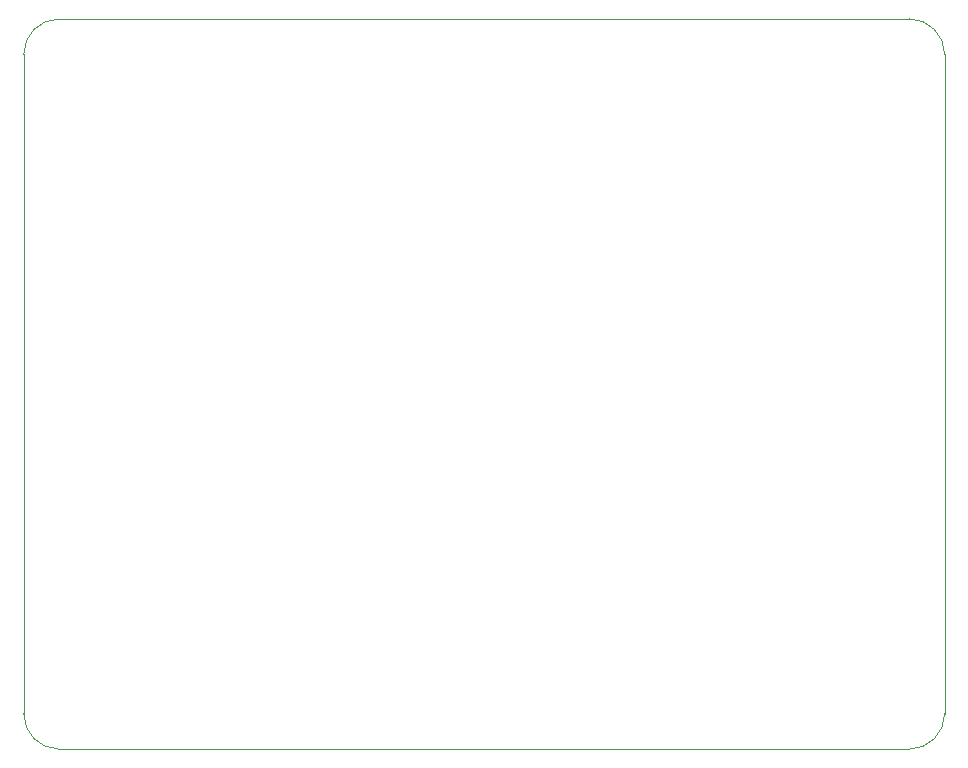
<source format=gbr>
%TF.GenerationSoftware,KiCad,Pcbnew,7.0.9*%
%TF.CreationDate,2024-03-10T15:23:14-03:00*%
%TF.ProjectId,prompcb,70726f6d-7063-4622-9e6b-696361645f70,rev?*%
%TF.SameCoordinates,Original*%
%TF.FileFunction,Profile,NP*%
%FSLAX46Y46*%
G04 Gerber Fmt 4.6, Leading zero omitted, Abs format (unit mm)*
G04 Created by KiCad (PCBNEW 7.0.9) date 2024-03-10 15:23:14*
%MOMM*%
%LPD*%
G01*
G04 APERTURE LIST*
%TA.AperFunction,Profile*%
%ADD10C,0.100000*%
%TD*%
G04 APERTURE END LIST*
D10*
X124412000Y-58572400D02*
G75*
G03*
X121412000Y-61572400I0J-3000000D01*
G01*
X124412000Y-58572400D02*
X196390000Y-58572400D01*
X121412000Y-117396000D02*
X121412000Y-61572400D01*
X196390000Y-120396000D02*
X124412000Y-120396000D01*
X199390000Y-61572400D02*
X199390000Y-117396000D01*
X196390000Y-120396000D02*
G75*
G03*
X199390000Y-117396000I0J3000000D01*
G01*
X121412000Y-117396000D02*
G75*
G03*
X124412000Y-120396000I3000000J0D01*
G01*
X199390000Y-61572400D02*
G75*
G03*
X196390000Y-58572400I-3000000J0D01*
G01*
M02*

</source>
